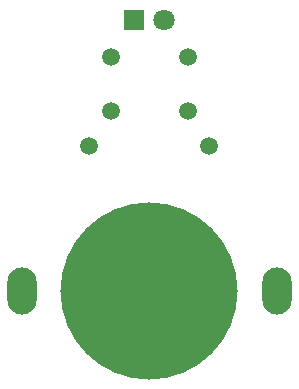
<source format=gbr>
G04 #@! TF.FileFunction,Soldermask,Top*
%FSLAX46Y46*%
G04 Gerber Fmt 4.6, Leading zero omitted, Abs format (unit mm)*
G04 Created by KiCad (PCBNEW 4.0.7) date 03/01/18 12:10:17*
%MOMM*%
%LPD*%
G01*
G04 APERTURE LIST*
%ADD10C,0.100000*%
%ADD11O,2.500000X4.000000*%
%ADD12C,15.000000*%
%ADD13C,1.800000*%
%ADD14R,1.800000X1.800000*%
%ADD15C,1.500000*%
G04 APERTURE END LIST*
D10*
D11*
X149399998Y-77000000D03*
D12*
X138599998Y-77000000D03*
D11*
X127799998Y-77000000D03*
D13*
X139839998Y-54050000D03*
D14*
X137299998Y-54050000D03*
D15*
X133519998Y-64700000D03*
X143679998Y-64700000D03*
X135349998Y-61710000D03*
X135349998Y-57210000D03*
X141849998Y-61710000D03*
X141849998Y-57210000D03*
M02*

</source>
